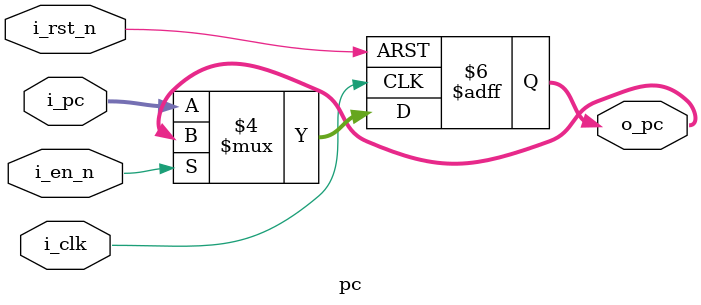
<source format=v>
module pc(i_clk, i_rst_n, i_en_n, i_pc, o_pc);

input           		i_clk, i_rst_n, i_en_n;
input       	[31:0]  i_pc;
output reg  	[31:0]  o_pc;

always @(posedge i_clk, negedge i_rst_n) begin
	if(~i_rst_n)begin
		o_pc <= 32'b0;
	end else if (~i_en_n) begin
		o_pc <= i_pc;
	end
end 

endmodule
</source>
